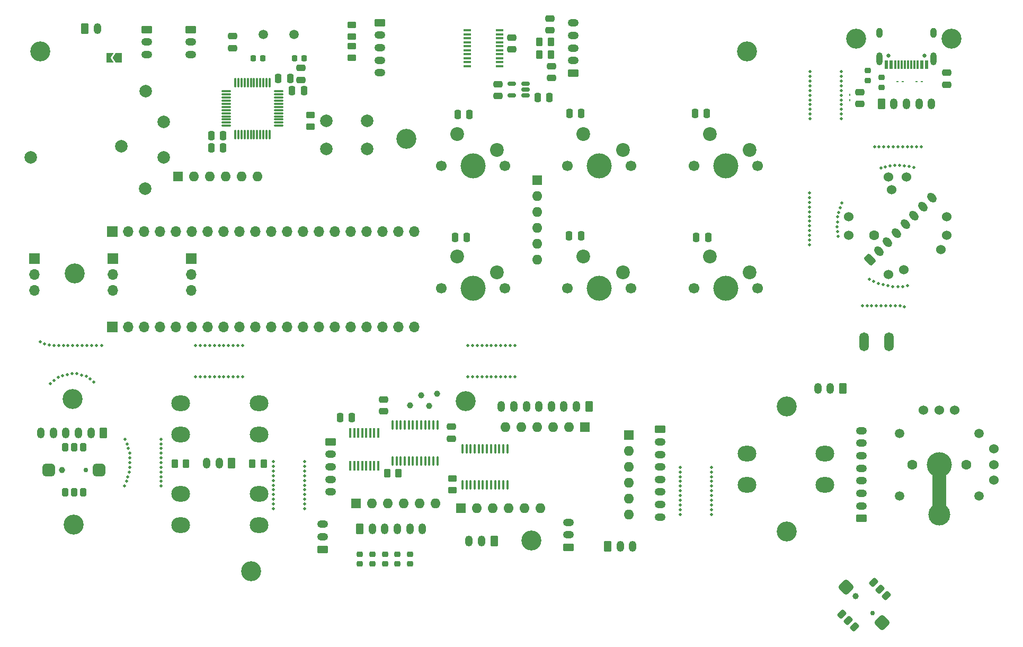
<source format=gts>
%TF.GenerationSoftware,KiCad,Pcbnew,(6.0.9)*%
%TF.CreationDate,2022-11-09T20:57:25+01:00*%
%TF.ProjectId,libre-MIG,6c696272-652d-44d4-9947-2e6b69636164,v0.1*%
%TF.SameCoordinates,Original*%
%TF.FileFunction,Soldermask,Top*%
%TF.FilePolarity,Negative*%
%FSLAX46Y46*%
G04 Gerber Fmt 4.6, Leading zero omitted, Abs format (unit mm)*
G04 Created by KiCad (PCBNEW (6.0.9)) date 2022-11-09 20:57:25*
%MOMM*%
%LPD*%
G01*
G04 APERTURE LIST*
G04 Aperture macros list*
%AMRoundRect*
0 Rectangle with rounded corners*
0 $1 Rounding radius*
0 $2 $3 $4 $5 $6 $7 $8 $9 X,Y pos of 4 corners*
0 Add a 4 corners polygon primitive as box body*
4,1,4,$2,$3,$4,$5,$6,$7,$8,$9,$2,$3,0*
0 Add four circle primitives for the rounded corners*
1,1,$1+$1,$2,$3*
1,1,$1+$1,$4,$5*
1,1,$1+$1,$6,$7*
1,1,$1+$1,$8,$9*
0 Add four rect primitives between the rounded corners*
20,1,$1+$1,$2,$3,$4,$5,0*
20,1,$1+$1,$4,$5,$6,$7,0*
20,1,$1+$1,$6,$7,$8,$9,0*
20,1,$1+$1,$8,$9,$2,$3,0*%
%AMHorizOval*
0 Thick line with rounded ends*
0 $1 width*
0 $2 $3 position (X,Y) of the first rounded end (center of the circle)*
0 $4 $5 position (X,Y) of the second rounded end (center of the circle)*
0 Add line between two ends*
20,1,$1,$2,$3,$4,$5,0*
0 Add two circle primitives to create the rounded ends*
1,1,$1,$2,$3*
1,1,$1,$4,$5*%
%AMFreePoly0*
4,1,6,0.500000,-0.750000,-0.650000,-0.750000,-0.150000,0.000000,-0.650000,0.750000,0.500000,0.750000,0.500000,-0.750000,0.500000,-0.750000,$1*%
%AMFreePoly1*
4,1,6,1.000000,0.000000,0.500000,-0.750000,-0.500000,-0.750000,-0.500000,0.750000,0.500000,0.750000,1.000000,0.000000,1.000000,0.000000,$1*%
G04 Aperture macros list end*
%ADD10C,0.500000*%
%ADD11RoundRect,0.250000X-0.262500X-0.450000X0.262500X-0.450000X0.262500X0.450000X-0.262500X0.450000X0*%
%ADD12C,3.200000*%
%ADD13RoundRect,0.250000X0.475000X-0.250000X0.475000X0.250000X-0.475000X0.250000X-0.475000X-0.250000X0*%
%ADD14RoundRect,0.250000X-0.475000X0.250000X-0.475000X-0.250000X0.475000X-0.250000X0.475000X0.250000X0*%
%ADD15O,3.000000X2.500000*%
%ADD16RoundRect,0.250000X-0.250000X-0.475000X0.250000X-0.475000X0.250000X0.475000X-0.250000X0.475000X0*%
%ADD17RoundRect,0.250000X-0.450000X0.262500X-0.450000X-0.262500X0.450000X-0.262500X0.450000X0.262500X0*%
%ADD18O,1.750000X1.200000*%
%ADD19RoundRect,0.250000X0.625000X-0.350000X0.625000X0.350000X-0.625000X0.350000X-0.625000X-0.350000X0*%
%ADD20C,1.000000*%
%ADD21RoundRect,0.150000X0.512500X0.150000X-0.512500X0.150000X-0.512500X-0.150000X0.512500X-0.150000X0*%
%ADD22RoundRect,0.250000X0.450000X-0.262500X0.450000X0.262500X-0.450000X0.262500X-0.450000X-0.262500X0*%
%ADD23O,1.000000X1.600000*%
%ADD24O,1.000000X2.100000*%
%ADD25R,0.600000X1.450000*%
%ADD26R,0.300000X1.450000*%
%ADD27C,0.650000*%
%ADD28RoundRect,0.250000X-0.625000X0.350000X-0.625000X-0.350000X0.625000X-0.350000X0.625000X0.350000X0*%
%ADD29R,0.360000X0.250000*%
%ADD30RoundRect,0.250000X0.262500X0.450000X-0.262500X0.450000X-0.262500X-0.450000X0.262500X-0.450000X0*%
%ADD31O,1.500000X3.000000*%
%ADD32O,1.600000X1.600000*%
%ADD33R,1.600000X1.600000*%
%ADD34RoundRect,0.225000X-0.250000X0.225000X-0.250000X-0.225000X0.250000X-0.225000X0.250000X0.225000X0*%
%ADD35RoundRect,0.250000X0.250000X0.475000X-0.250000X0.475000X-0.250000X-0.475000X0.250000X-0.475000X0*%
%ADD36C,2.000000*%
%ADD37R,0.410000X1.600000*%
%ADD38RoundRect,0.225000X-0.225000X-0.250000X0.225000X-0.250000X0.225000X0.250000X-0.225000X0.250000X0*%
%ADD39O,1.700000X1.700000*%
%ADD40R,1.700000X1.700000*%
%ADD41O,1.200000X1.750000*%
%ADD42RoundRect,0.250000X-0.350000X-0.625000X0.350000X-0.625000X0.350000X0.625000X-0.350000X0.625000X0*%
%ADD43R,1.200000X0.400000*%
%ADD44R,0.250000X0.360000*%
%ADD45C,1.500000*%
%ADD46RoundRect,0.500000X-0.500000X0.500000X-0.500000X-0.500000X0.500000X-0.500000X0.500000X0.500000X0*%
%ADD47C,0.750000*%
%ADD48RoundRect,0.250000X-0.250000X0.425000X-0.250000X-0.425000X0.250000X-0.425000X0.250000X0.425000X0*%
%ADD49RoundRect,0.100000X0.100000X-0.637500X0.100000X0.637500X-0.100000X0.637500X-0.100000X-0.637500X0*%
%ADD50RoundRect,0.075000X-0.662500X0.075000X-0.662500X-0.075000X0.662500X-0.075000X0.662500X0.075000X0*%
%ADD51RoundRect,0.075000X-0.075000X0.662500X-0.075000X-0.662500X0.075000X-0.662500X0.075000X0.662500X0*%
%ADD52FreePoly0,180.000000*%
%ADD53FreePoly1,180.000000*%
%ADD54RoundRect,0.250000X0.123744X0.477297X-0.477297X-0.123744X-0.123744X-0.477297X0.477297X0.123744X0*%
%ADD55RoundRect,0.500000X0.000000X0.707107X-0.707107X0.000000X0.000000X-0.707107X0.707107X0.000000X0*%
%ADD56C,1.524000*%
%ADD57C,1.600000*%
%ADD58R,2.200000X8.000000*%
%ADD59C,3.500000*%
%ADD60C,4.000000*%
%ADD61RoundRect,0.250000X0.350000X0.625000X-0.350000X0.625000X-0.350000X-0.625000X0.350000X-0.625000X0*%
%ADD62RoundRect,0.225000X0.225000X0.250000X-0.225000X0.250000X-0.225000X-0.250000X0.225000X-0.250000X0*%
%ADD63C,2.200000*%
%ADD64C,1.700000*%
%ADD65RoundRect,0.250000X0.194454X-0.689429X0.689429X-0.194454X-0.194454X0.689429X-0.689429X0.194454X0*%
%ADD66HorizOval,1.200000X-0.194454X0.194454X0.194454X-0.194454X0*%
G04 APERTURE END LIST*
D10*
%TO.C,*%
X133800000Y-158000000D03*
%TD*%
%TO.C,*%
X124000000Y-157400000D03*
%TD*%
%TO.C,*%
X124700000Y-157700000D03*
%TD*%
%TO.C,*%
X131350000Y-162900000D03*
%TD*%
%TO.C,*%
X126200000Y-163600000D03*
%TD*%
%TO.C,*%
X127600000Y-162800000D03*
%TD*%
%TO.C,*%
X128350000Y-162600000D03*
%TD*%
%TO.C,*%
X132000000Y-163300000D03*
%TD*%
%TO.C,*%
X129850000Y-162500000D03*
%TD*%
%TO.C,*%
X130600000Y-162700000D03*
%TD*%
%TO.C,*%
X125600000Y-164100000D03*
%TD*%
%TO.C,*%
X132600000Y-163800000D03*
%TD*%
%TO.C,*%
X126900000Y-163100000D03*
%TD*%
%TO.C,*%
X129100000Y-162500000D03*
%TD*%
%TO.C,*%
X131450000Y-158000000D03*
%TD*%
%TO.C,*%
X126200000Y-158000000D03*
%TD*%
%TO.C,*%
X127700000Y-158000000D03*
%TD*%
%TO.C,*%
X128450000Y-158000000D03*
%TD*%
%TO.C,*%
X132200000Y-158000000D03*
%TD*%
%TO.C,*%
X129950000Y-158000000D03*
%TD*%
%TO.C,*%
X130700000Y-158000000D03*
%TD*%
%TO.C,*%
X125450000Y-157900000D03*
%TD*%
%TO.C,*%
X132950000Y-158000000D03*
%TD*%
%TO.C,*%
X126950000Y-158000000D03*
%TD*%
%TO.C,*%
X129200000Y-158000000D03*
%TD*%
%TO.C,*%
X138000000Y-178950000D03*
%TD*%
%TO.C,*%
X137900000Y-173700000D03*
%TD*%
%TO.C,*%
X138300000Y-175200000D03*
%TD*%
%TO.C,*%
X138300000Y-175950000D03*
%TD*%
%TO.C,*%
X137800000Y-179700000D03*
%TD*%
%TO.C,*%
X138300000Y-177450000D03*
%TD*%
%TO.C,*%
X138200000Y-178200000D03*
%TD*%
%TO.C,*%
X137600000Y-173000000D03*
%TD*%
%TO.C,*%
X137500000Y-180400000D03*
%TD*%
%TO.C,*%
X138100000Y-174450000D03*
%TD*%
%TO.C,*%
X138300000Y-176700000D03*
%TD*%
%TO.C,*%
X143300000Y-178950000D03*
%TD*%
%TO.C,*%
X143300000Y-173700000D03*
%TD*%
%TO.C,*%
X143300000Y-175200000D03*
%TD*%
%TO.C,*%
X143300000Y-175950000D03*
%TD*%
%TO.C,*%
X143300000Y-179700000D03*
%TD*%
%TO.C,*%
X143300000Y-177450000D03*
%TD*%
%TO.C,*%
X143300000Y-178200000D03*
%TD*%
%TO.C,*%
X143300000Y-172950000D03*
%TD*%
%TO.C,*%
X143300000Y-180450000D03*
%TD*%
%TO.C,*%
X143300000Y-174450000D03*
%TD*%
%TO.C,*%
X143300000Y-176700000D03*
%TD*%
%TO.C,*%
X263600000Y-129550000D03*
%TD*%
%TO.C,*%
X258350000Y-129625000D03*
%TD*%
%TO.C,*%
X262850000Y-129375000D03*
%TD*%
%TO.C,*%
X259825000Y-129275000D03*
%TD*%
%TO.C,*%
X259075000Y-129425000D03*
%TD*%
%TO.C,*%
X261325000Y-129200000D03*
%TD*%
%TO.C,*%
X260575000Y-129200000D03*
%TD*%
%TO.C,*%
X262075000Y-129250000D03*
%TD*%
%TO.C,*%
X257950000Y-148075000D03*
%TD*%
%TO.C,*%
X256500000Y-147425000D03*
%TD*%
%TO.C,*%
X261050000Y-148575000D03*
%TD*%
%TO.C,*%
X260275000Y-148550000D03*
%TD*%
%TO.C,*%
X259500000Y-148450000D03*
%TD*%
%TO.C,*%
X262575000Y-148450000D03*
%TD*%
%TO.C,*%
X261825000Y-148550000D03*
%TD*%
%TO.C,*%
X258725000Y-148275000D03*
%TD*%
%TO.C,*%
X257200000Y-147775000D03*
%TD*%
%TO.C,*%
X261400000Y-151675000D03*
%TD*%
%TO.C,*%
X256150000Y-151675000D03*
%TD*%
%TO.C,*%
X257650000Y-151675000D03*
%TD*%
%TO.C,*%
X258400000Y-151675000D03*
%TD*%
%TO.C,*%
X262150000Y-151800000D03*
%TD*%
%TO.C,*%
X259900000Y-151675000D03*
%TD*%
%TO.C,*%
X260650000Y-151675000D03*
%TD*%
%TO.C,*%
X255400000Y-151675000D03*
%TD*%
%TO.C,*%
X256900000Y-151675000D03*
%TD*%
%TO.C,*%
X259150000Y-151675000D03*
%TD*%
%TO.C,*%
X263325000Y-126225000D03*
%TD*%
%TO.C,*%
X258075000Y-126225000D03*
%TD*%
%TO.C,*%
X259575000Y-126225000D03*
%TD*%
%TO.C,*%
X260325000Y-126225000D03*
%TD*%
%TO.C,*%
X264075000Y-126225000D03*
%TD*%
%TO.C,*%
X261825000Y-126225000D03*
%TD*%
%TO.C,*%
X262575000Y-126225000D03*
%TD*%
%TO.C,*%
X257325000Y-126225000D03*
%TD*%
%TO.C,*%
X264825000Y-126225000D03*
%TD*%
%TO.C,*%
X258825000Y-126225000D03*
%TD*%
%TO.C,*%
X261075000Y-126225000D03*
%TD*%
%TO.C,*%
X246975000Y-133575000D03*
%TD*%
%TO.C,*%
X246975000Y-140375000D03*
%TD*%
%TO.C,*%
X246975000Y-135125000D03*
%TD*%
%TO.C,*%
X246975000Y-136625000D03*
%TD*%
%TO.C,*%
X246975000Y-137375000D03*
%TD*%
%TO.C,*%
X246975000Y-141125000D03*
%TD*%
%TO.C,*%
X246975000Y-138875000D03*
%TD*%
%TO.C,*%
X246975000Y-139625000D03*
%TD*%
%TO.C,*%
X246975000Y-134375000D03*
%TD*%
%TO.C,*%
X246975000Y-141875000D03*
%TD*%
%TO.C,*%
X246975000Y-135875000D03*
%TD*%
%TO.C,*%
X246975000Y-138125000D03*
%TD*%
%TO.C,*%
X251525000Y-140550000D03*
%TD*%
%TO.C,*%
X251425000Y-139775000D03*
%TD*%
%TO.C,*%
X251375000Y-139000000D03*
%TD*%
%TO.C,*%
X251400000Y-138225000D03*
%TD*%
%TO.C,*%
X251475000Y-137450000D03*
%TD*%
%TO.C,*%
X251625000Y-136700000D03*
%TD*%
%TO.C,*%
X251825000Y-135975000D03*
%TD*%
%TO.C,*%
X252075000Y-135250000D03*
%TD*%
%TO.C,mouse-bite-5mm-slot*%
X196100000Y-163000000D03*
X195350000Y-163000000D03*
X196100000Y-158000000D03*
X196850000Y-158000000D03*
X198350000Y-163000000D03*
X193100000Y-158000000D03*
X193100000Y-163000000D03*
X196850000Y-163000000D03*
X199100000Y-163000000D03*
X199850000Y-158000000D03*
X192350000Y-163000000D03*
X197600000Y-158000000D03*
X199100000Y-158000000D03*
X194600000Y-158000000D03*
X192350000Y-158000000D03*
X197600000Y-163000000D03*
X193100000Y-158000000D03*
X193850000Y-163000000D03*
X193850000Y-158000000D03*
X193100000Y-163000000D03*
X198350000Y-158000000D03*
X199850000Y-163000000D03*
X194600000Y-163000000D03*
X195350000Y-158000000D03*
%TD*%
%TO.C,mouse-bite-5mm-slot*%
X156350000Y-158000000D03*
X155600000Y-163000000D03*
X156350000Y-163000000D03*
X151100000Y-163000000D03*
X154100000Y-163000000D03*
X152600000Y-158000000D03*
X149600000Y-163000000D03*
X151850000Y-158000000D03*
X155600000Y-158000000D03*
X153350000Y-163000000D03*
X151100000Y-158000000D03*
X154850000Y-158000000D03*
X148850000Y-158000000D03*
X150350000Y-158000000D03*
X154100000Y-158000000D03*
X154850000Y-163000000D03*
X152600000Y-163000000D03*
X153350000Y-158000000D03*
X149600000Y-158000000D03*
X149600000Y-158000000D03*
X149600000Y-163000000D03*
X150350000Y-163000000D03*
X148850000Y-163000000D03*
X151850000Y-163000000D03*
%TD*%
%TO.C,mouse-bite-5mm-slot*%
X161300000Y-179550000D03*
X166300000Y-177300000D03*
X166300000Y-179550000D03*
X161300000Y-184050000D03*
X161300000Y-181800000D03*
X166300000Y-184050000D03*
X166300000Y-180300000D03*
X161300000Y-183300000D03*
X166300000Y-183300000D03*
X161300000Y-178050000D03*
X161300000Y-183300000D03*
X161300000Y-177300000D03*
X161300000Y-178800000D03*
X161300000Y-182550000D03*
X161300000Y-180300000D03*
X166300000Y-181800000D03*
X166300000Y-176550000D03*
X166300000Y-178050000D03*
X166300000Y-178800000D03*
X166300000Y-183300000D03*
X166300000Y-181050000D03*
X166300000Y-182550000D03*
X161300000Y-176550000D03*
X161300000Y-181050000D03*
%TD*%
%TO.C,mouse-bite-5mm-slot*%
X226300000Y-178950000D03*
X231300000Y-181950000D03*
X231300000Y-184950000D03*
X231300000Y-180450000D03*
X226300000Y-181950000D03*
X226300000Y-184950000D03*
X226300000Y-182700000D03*
X226300000Y-181200000D03*
X226300000Y-180450000D03*
X231300000Y-182700000D03*
X231300000Y-183450000D03*
X231300000Y-179700000D03*
X226300000Y-183450000D03*
X226300000Y-177450000D03*
X226300000Y-184200000D03*
X226300000Y-184200000D03*
X231300000Y-181200000D03*
X226300000Y-179700000D03*
X231300000Y-177450000D03*
X231300000Y-184200000D03*
X226300000Y-178200000D03*
X231300000Y-178950000D03*
X231300000Y-178200000D03*
X231300000Y-184200000D03*
%TD*%
%TO.C,mouse-bite-5mm-slot*%
X252000000Y-119500000D03*
X247000000Y-117250000D03*
X252000000Y-116500000D03*
X252000000Y-118000000D03*
X252000000Y-118750000D03*
X247000000Y-121000000D03*
X247000000Y-118750000D03*
X252000000Y-121000000D03*
X247000000Y-119500000D03*
X247000000Y-114250000D03*
X252000000Y-121000000D03*
X247000000Y-121750000D03*
X252000000Y-120250000D03*
X252000000Y-115750000D03*
X247000000Y-115750000D03*
X247000000Y-120250000D03*
X252000000Y-121750000D03*
X247000000Y-115000000D03*
X247000000Y-121000000D03*
X252000000Y-114250000D03*
X247000000Y-116500000D03*
X252000000Y-117250000D03*
X247000000Y-118000000D03*
X252000000Y-115000000D03*
%TD*%
D11*
%TO.C,R1*%
X205636500Y-109486000D03*
X203811500Y-109486000D03*
%TD*%
D12*
%TO.C,REF\u002A\u002A*%
X182500000Y-125000000D03*
%TD*%
D13*
%TO.C,C9*%
X165700000Y-113650000D03*
X165700000Y-115550000D03*
%TD*%
D14*
%TO.C,C2*%
X205740000Y-115262000D03*
X205740000Y-113362000D03*
%TD*%
D13*
%TO.C,C13*%
X197170000Y-116222000D03*
X197170000Y-118122000D03*
%TD*%
D11*
%TO.C,R8*%
X181258500Y-178412000D03*
X179433500Y-178412000D03*
%TD*%
D15*
%TO.C,SW2*%
X158950001Y-167185787D03*
X146450001Y-167185787D03*
X158950001Y-172185787D03*
X146450001Y-172185787D03*
%TD*%
D16*
%TO.C,C23*%
X210434000Y-140474000D03*
X208534000Y-140474000D03*
%TD*%
%TO.C,C20*%
X210500000Y-120916000D03*
X208600000Y-120916000D03*
%TD*%
D17*
%TO.C,R7*%
X189900000Y-181061500D03*
X189900000Y-179236500D03*
%TD*%
D12*
%TO.C,REF\u002A\u002A*%
X192043000Y-166900000D03*
%TD*%
D18*
%TO.C,J10*%
X208450000Y-186249000D03*
X208450000Y-188249000D03*
D19*
X208450000Y-190249000D03*
%TD*%
D12*
%TO.C,REF\u002A\u002A*%
X129500000Y-146500000D03*
%TD*%
%TO.C,REF\u002A\u002A*%
X269678000Y-108966000D03*
%TD*%
D16*
%TO.C,C7*%
X163949000Y-115292000D03*
X162049000Y-115292000D03*
%TD*%
D20*
%TO.C,TP5*%
X184900000Y-165949000D03*
%TD*%
D21*
%TO.C,U5*%
X199334500Y-118056000D03*
X199334500Y-116156000D03*
X201609500Y-116156000D03*
X201609500Y-117106000D03*
X201609500Y-118056000D03*
%TD*%
D22*
%TO.C,R5*%
X173800000Y-106787500D03*
X173800000Y-108612500D03*
%TD*%
D23*
%TO.C,P1*%
X266763000Y-108000000D03*
D24*
X258123000Y-112180000D03*
X266763000Y-112180000D03*
D23*
X258123000Y-108000000D03*
D25*
X265693000Y-113095000D03*
X264893000Y-113095000D03*
D26*
X264193000Y-113095000D03*
X263193000Y-113095000D03*
X261693000Y-113095000D03*
X260693000Y-113095000D03*
D25*
X259993000Y-113095000D03*
X259193000Y-113095000D03*
X259193000Y-113095000D03*
X259993000Y-113095000D03*
D26*
X261193000Y-113095000D03*
X262193000Y-113095000D03*
X262693000Y-113095000D03*
X263693000Y-113095000D03*
D25*
X264893000Y-113095000D03*
X265693000Y-113095000D03*
D27*
X259553000Y-111650000D03*
X265333000Y-111650000D03*
%TD*%
D13*
%TO.C,C8*%
X154713000Y-108550000D03*
X154713000Y-110450000D03*
%TD*%
D14*
%TO.C,C15*%
X178902000Y-168513000D03*
X178902000Y-166613000D03*
%TD*%
D18*
%TO.C,J3*%
X141050000Y-111500000D03*
X141050000Y-109500000D03*
D28*
X141050000Y-107500000D03*
%TD*%
D29*
%TO.C,D1*%
X261023000Y-115850000D03*
X261863000Y-115850000D03*
%TD*%
D16*
%TO.C,C12*%
X205420000Y-118376000D03*
X203520000Y-118376000D03*
%TD*%
D12*
%TO.C,REF\u002A\u002A*%
X243303300Y-167700000D03*
%TD*%
D30*
%TO.C,R2*%
X203811500Y-111518000D03*
X205636500Y-111518000D03*
%TD*%
D22*
%TO.C,R9*%
X167199000Y-121179500D03*
X167199000Y-123004500D03*
%TD*%
D12*
%TO.C,REF\u002A\u002A*%
X129212779Y-166500000D03*
%TD*%
D31*
%TO.C,SW16*%
X259634000Y-157415870D03*
X255634000Y-157415870D03*
%TD*%
D32*
%TO.C,RN6*%
X203968000Y-183977000D03*
X201428000Y-183977000D03*
X198888000Y-183977000D03*
X196348000Y-183977000D03*
X193808000Y-183977000D03*
D33*
X191268000Y-183977000D03*
%TD*%
D34*
%TO.C,FB2*%
X258443000Y-116726000D03*
X258443000Y-115176000D03*
%TD*%
D12*
%TO.C,REF\u002A\u002A*%
X157743001Y-194036787D03*
%TD*%
D32*
%TO.C,RN3*%
X198380000Y-171023000D03*
X200920000Y-171023000D03*
X203460000Y-171023000D03*
X206000000Y-171023000D03*
X208540000Y-171023000D03*
D33*
X211080000Y-171023000D03*
%TD*%
D22*
%TO.C,R6*%
X173800000Y-110187500D03*
X173800000Y-112012500D03*
%TD*%
D34*
%TO.C,C39*%
X179093000Y-192900000D03*
X179093000Y-191350000D03*
%TD*%
%TO.C,C40*%
X181118000Y-192850000D03*
X181118000Y-191300000D03*
%TD*%
D20*
%TO.C,TP6*%
X183149000Y-167512000D03*
%TD*%
D32*
%TO.C,RN1*%
X203454000Y-144284000D03*
X203454000Y-141744000D03*
X203454000Y-139204000D03*
X203454000Y-136664000D03*
X203454000Y-134124000D03*
D33*
X203454000Y-131584000D03*
%TD*%
D29*
%TO.C,D2*%
X264863000Y-115850000D03*
X264023000Y-115850000D03*
%TD*%
D13*
%TO.C,C3*%
X205486000Y-105742000D03*
X205486000Y-107642000D03*
%TD*%
D30*
%TO.C,R3*%
X145487501Y-176900001D03*
X147312501Y-176900001D03*
%TD*%
D15*
%TO.C,SW1*%
X236934000Y-175255870D03*
X249434000Y-175255870D03*
X249434000Y-180255870D03*
X236934000Y-180255870D03*
%TD*%
D16*
%TO.C,C24*%
X230754000Y-140728000D03*
X228854000Y-140728000D03*
%TD*%
D35*
%TO.C,C6*%
X151350000Y-124434000D03*
X153250000Y-124434000D03*
%TD*%
%TO.C,C4*%
X151350000Y-126400000D03*
X153250000Y-126400000D03*
%TD*%
D13*
%TO.C,C1*%
X199390000Y-108790000D03*
X199390000Y-110690000D03*
%TD*%
D18*
%TO.C,J12*%
X223060000Y-185389000D03*
X223060000Y-183389000D03*
X223060000Y-181389000D03*
X223060000Y-179389000D03*
X223060000Y-177389000D03*
X223060000Y-175389000D03*
X223060000Y-173389000D03*
D28*
X223060000Y-171389000D03*
%TD*%
D34*
%TO.C,C41*%
X183143000Y-192875000D03*
X183143000Y-191325000D03*
%TD*%
D32*
%TO.C,RN2*%
X158750000Y-131000000D03*
X156210000Y-131000000D03*
X153670000Y-131000000D03*
X151130000Y-131000000D03*
X148590000Y-131000000D03*
D33*
X146050000Y-131000000D03*
%TD*%
D36*
%TO.C,SW4*%
X176250000Y-122050000D03*
X169750000Y-122050000D03*
X169750000Y-126550000D03*
X176250000Y-126550000D03*
%TD*%
D20*
%TO.C,TP3*%
X187449000Y-165712000D03*
%TD*%
D12*
%TO.C,REF\u002A\u002A*%
X237000000Y-111000000D03*
%TD*%
D16*
%TO.C,C21*%
X230566000Y-120916000D03*
X228666000Y-120916000D03*
%TD*%
D37*
%TO.C,U6*%
X173551500Y-171924700D03*
X174186500Y-171924700D03*
X174821500Y-171924700D03*
X175456500Y-171924700D03*
X176091500Y-171924700D03*
X176726500Y-171924700D03*
X177361500Y-171924700D03*
X177996500Y-171924700D03*
X177996500Y-177233300D03*
X177361500Y-177233300D03*
X176726500Y-177233300D03*
X176091500Y-177233300D03*
X175456500Y-177233300D03*
X174821500Y-177233300D03*
X174186500Y-177233300D03*
X173551500Y-177233300D03*
%TD*%
D13*
%TO.C,C11*%
X254986000Y-117501000D03*
X254986000Y-119401000D03*
%TD*%
D38*
%TO.C,C18*%
X159586000Y-112110000D03*
X158036000Y-112110000D03*
%TD*%
D12*
%TO.C,REF\u002A\u002A*%
X202513000Y-189150000D03*
%TD*%
D39*
%TO.C,J6*%
X183760000Y-139760000D03*
X181220000Y-139760000D03*
X178680000Y-139760000D03*
X176140000Y-139760000D03*
X173600000Y-139760000D03*
X171060000Y-139760000D03*
X168520000Y-139760000D03*
X165980000Y-139760000D03*
X163440000Y-139760000D03*
X160900000Y-139760000D03*
X158360000Y-139760000D03*
X155820000Y-139760000D03*
X153280000Y-139760000D03*
X150740000Y-139760000D03*
X148200000Y-139760000D03*
X145660000Y-139760000D03*
X143120000Y-139760000D03*
X140580000Y-139760000D03*
X138040000Y-139760000D03*
D40*
X135500000Y-139760000D03*
%TD*%
D41*
%TO.C,J9*%
X218700000Y-190049000D03*
X216700000Y-190049000D03*
D42*
X214700000Y-190049000D03*
%TD*%
D12*
%TO.C,REF\u002A\u002A*%
X254428000Y-108966000D03*
%TD*%
D18*
%TO.C,J13*%
X170399000Y-181373000D03*
X170399000Y-179373000D03*
X170399000Y-177373000D03*
X170399000Y-175373000D03*
D28*
X170399000Y-173373000D03*
%TD*%
D43*
%TO.C,U4*%
X197418000Y-107644500D03*
X197418000Y-108279500D03*
X197418000Y-108914500D03*
X197418000Y-109549500D03*
X197418000Y-110184500D03*
X197418000Y-110819500D03*
X197418000Y-111454500D03*
X197418000Y-112089500D03*
X197418000Y-112724500D03*
X197418000Y-113359500D03*
X192218000Y-113359500D03*
X192218000Y-112724500D03*
X192218000Y-112089500D03*
X192218000Y-111454500D03*
X192218000Y-110819500D03*
X192218000Y-110184500D03*
X192218000Y-109549500D03*
X192218000Y-108914500D03*
X192218000Y-108279500D03*
X192218000Y-107644500D03*
%TD*%
D44*
%TO.C,D3*%
X253386000Y-117931000D03*
X253386000Y-118771000D03*
%TD*%
D34*
%TO.C,C37*%
X175043000Y-192875000D03*
X175043000Y-191325000D03*
%TD*%
%TO.C,C38*%
X177068000Y-192875000D03*
X177068000Y-191325000D03*
%TD*%
D45*
%TO.C,Y1*%
X164543000Y-108300000D03*
X159663000Y-108300000D03*
%TD*%
D16*
%TO.C,C5*%
X166150000Y-117300000D03*
X164250000Y-117300000D03*
%TD*%
D11*
%TO.C,R4*%
X159712501Y-176900001D03*
X157887501Y-176900001D03*
%TD*%
D14*
%TO.C,C10*%
X268886000Y-116301000D03*
X268886000Y-114401000D03*
%TD*%
D39*
%TO.C,J7*%
X183760000Y-155000000D03*
X181220000Y-155000000D03*
X178680000Y-155000000D03*
X176140000Y-155000000D03*
X173600000Y-155000000D03*
X171060000Y-155000000D03*
X168520000Y-155000000D03*
X165980000Y-155000000D03*
X163440000Y-155000000D03*
X160900000Y-155000000D03*
X158360000Y-155000000D03*
X155820000Y-155000000D03*
X153280000Y-155000000D03*
X150740000Y-155000000D03*
X148200000Y-155000000D03*
X145660000Y-155000000D03*
X143120000Y-155000000D03*
X140580000Y-155000000D03*
X138040000Y-155000000D03*
D40*
X135500000Y-155000000D03*
%TD*%
D13*
%TO.C,C14*%
X189743000Y-170950000D03*
X189743000Y-172850000D03*
%TD*%
D18*
%TO.C,J14*%
X169128000Y-186549000D03*
X169128000Y-188549000D03*
D19*
X169128000Y-190549000D03*
%TD*%
D20*
%TO.C,TP4*%
X186149000Y-167612000D03*
%TD*%
%TO.C,SW18*%
X127505696Y-177848368D03*
D46*
X125355696Y-177848368D03*
D47*
X131305696Y-177848368D03*
D46*
X133455696Y-177848368D03*
D48*
X130855696Y-174273368D03*
X129405696Y-174273368D03*
X127955696Y-174273368D03*
X130855696Y-181423368D03*
X129405696Y-181423368D03*
X127955696Y-181423368D03*
%TD*%
D12*
%TO.C,REF\u002A\u002A*%
X243308300Y-187700000D03*
%TD*%
D35*
%TO.C,C16*%
X171899000Y-169512000D03*
X173799000Y-169512000D03*
%TD*%
D49*
%TO.C,U3*%
X180327000Y-170700500D03*
X180977000Y-170700500D03*
X181627000Y-170700500D03*
X182277000Y-170700500D03*
X182927000Y-170700500D03*
X183577000Y-170700500D03*
X184227000Y-170700500D03*
X184877000Y-170700500D03*
X185527000Y-170700500D03*
X186177000Y-170700500D03*
X186827000Y-170700500D03*
X187477000Y-170700500D03*
X187477000Y-176425500D03*
X186827000Y-176425500D03*
X186177000Y-176425500D03*
X185527000Y-176425500D03*
X184877000Y-176425500D03*
X184227000Y-176425500D03*
X183577000Y-176425500D03*
X182927000Y-176425500D03*
X182277000Y-176425500D03*
X181627000Y-176425500D03*
X180977000Y-176425500D03*
X180327000Y-176425500D03*
%TD*%
D18*
%TO.C,J4*%
X209157000Y-106449000D03*
X209157000Y-108449000D03*
X209157000Y-110449000D03*
X209157000Y-112449000D03*
D19*
X209157000Y-114449000D03*
%TD*%
D50*
%TO.C,U1*%
X162089500Y-117366000D03*
X162089500Y-117866000D03*
X162089500Y-118366000D03*
X162089500Y-118866000D03*
X162089500Y-119366000D03*
X162089500Y-119866000D03*
X162089500Y-120366000D03*
X162089500Y-120866000D03*
X162089500Y-121366000D03*
X162089500Y-121866000D03*
X162089500Y-122366000D03*
X162089500Y-122866000D03*
D51*
X160677000Y-124278500D03*
X160177000Y-124278500D03*
X159677000Y-124278500D03*
X159177000Y-124278500D03*
X158677000Y-124278500D03*
X158177000Y-124278500D03*
X157677000Y-124278500D03*
X157177000Y-124278500D03*
X156677000Y-124278500D03*
X156177000Y-124278500D03*
X155677000Y-124278500D03*
X155177000Y-124278500D03*
D50*
X153764500Y-122866000D03*
X153764500Y-122366000D03*
X153764500Y-121866000D03*
X153764500Y-121366000D03*
X153764500Y-120866000D03*
X153764500Y-120366000D03*
X153764500Y-119866000D03*
X153764500Y-119366000D03*
X153764500Y-118866000D03*
X153764500Y-118366000D03*
X153764500Y-117866000D03*
X153764500Y-117366000D03*
D51*
X155177000Y-115953500D03*
X155677000Y-115953500D03*
X156177000Y-115953500D03*
X156677000Y-115953500D03*
X157177000Y-115953500D03*
X157677000Y-115953500D03*
X158177000Y-115953500D03*
X158677000Y-115953500D03*
X159177000Y-115953500D03*
X159677000Y-115953500D03*
X160177000Y-115953500D03*
X160677000Y-115953500D03*
%TD*%
D12*
%TO.C,REF\u002A\u002A*%
X124000000Y-111000000D03*
%TD*%
D52*
%TO.C,JP1*%
X135075000Y-112000000D03*
D53*
X136525000Y-112000000D03*
%TD*%
D54*
%TO.C,SW17*%
X252130788Y-200918472D03*
X253156093Y-201943777D03*
X254181398Y-202969082D03*
X257186602Y-195862658D03*
X258211907Y-196887963D03*
X259237212Y-197913268D03*
D55*
X258547782Y-202279652D03*
X252820218Y-196552088D03*
D20*
X254340497Y-198072367D03*
D47*
X257027503Y-200759373D03*
%TD*%
D35*
%TO.C,C22*%
X190307000Y-140749000D03*
X192207000Y-140749000D03*
%TD*%
%TO.C,C19*%
X190707000Y-121049000D03*
X192607000Y-121049000D03*
%TD*%
D12*
%TO.C,REF\u002A\u002A*%
X129312779Y-186600000D03*
%TD*%
D41*
%TO.C,J15*%
X185092000Y-187237000D03*
X183092000Y-187237000D03*
X181092000Y-187237000D03*
X179092000Y-187237000D03*
X177092000Y-187237000D03*
D42*
X175092000Y-187237000D03*
%TD*%
D15*
%TO.C,SW3*%
X158950001Y-181700001D03*
X146450001Y-181700001D03*
X158950001Y-186700001D03*
X146450001Y-186700001D03*
%TD*%
D32*
%TO.C,RN4*%
X218043000Y-184993000D03*
X218043000Y-182453000D03*
X218043000Y-179913000D03*
X218043000Y-177373000D03*
X218043000Y-174833000D03*
D33*
X218043000Y-172293000D03*
%TD*%
D34*
%TO.C,FB1*%
X256286000Y-115626000D03*
X256286000Y-114076000D03*
%TD*%
D49*
%TO.C,U2*%
X191503000Y-174510500D03*
X192153000Y-174510500D03*
X192803000Y-174510500D03*
X193453000Y-174510500D03*
X194103000Y-174510500D03*
X194753000Y-174510500D03*
X195403000Y-174510500D03*
X196053000Y-174510500D03*
X196703000Y-174510500D03*
X197353000Y-174510500D03*
X198003000Y-174510500D03*
X198653000Y-174510500D03*
X198653000Y-180235500D03*
X198003000Y-180235500D03*
X197353000Y-180235500D03*
X196703000Y-180235500D03*
X196053000Y-180235500D03*
X195403000Y-180235500D03*
X194753000Y-180235500D03*
X194103000Y-180235500D03*
X193453000Y-180235500D03*
X192803000Y-180235500D03*
X192153000Y-180235500D03*
X191503000Y-180235500D03*
%TD*%
D56*
%TO.C,VR1*%
X276414000Y-179515870D03*
X276414000Y-177015870D03*
X276414000Y-174515870D03*
X270184000Y-168285870D03*
X267684000Y-168285870D03*
X265184000Y-168285870D03*
D57*
X271984000Y-177015870D03*
D45*
X274009000Y-172015870D03*
D58*
X267684000Y-181015870D03*
D45*
X261359000Y-182015870D03*
X274009000Y-182015870D03*
X261359000Y-172015870D03*
D59*
X267684000Y-185015870D03*
D60*
X267684000Y-177015870D03*
D57*
X263384000Y-177015870D03*
%TD*%
D32*
%TO.C,RN5*%
X187204000Y-183215000D03*
X184664000Y-183215000D03*
X182124000Y-183215000D03*
X179584000Y-183215000D03*
X177044000Y-183215000D03*
D33*
X174504000Y-183215000D03*
%TD*%
D41*
%TO.C,J16*%
X133157000Y-107349000D03*
D42*
X131157000Y-107349000D03*
%TD*%
D41*
%TO.C,J8*%
X192543000Y-189250000D03*
X194543000Y-189250000D03*
D61*
X196543000Y-189250000D03*
%TD*%
D57*
%TO.C,SW15*%
X257250205Y-140374205D03*
D56*
X259550205Y-146674205D03*
X268850205Y-140374205D03*
X262450205Y-131074205D03*
X253250205Y-137374205D03*
X262050205Y-145874205D03*
X260050205Y-133094205D03*
X253250205Y-140374205D03*
X268850205Y-137374205D03*
X259550205Y-131074205D03*
X267910205Y-142624205D03*
%TD*%
D18*
%TO.C,J2*%
X148050000Y-111500000D03*
X148050000Y-109500000D03*
D28*
X148050000Y-107500000D03*
%TD*%
D62*
%TO.C,C17*%
X164640000Y-112110000D03*
X166190000Y-112110000D03*
%TD*%
D41*
%TO.C,J5*%
X266443000Y-119400000D03*
X264443000Y-119400000D03*
X262443000Y-119400000D03*
X260443000Y-119400000D03*
D42*
X258443000Y-119400000D03*
%TD*%
D18*
%TO.C,J1*%
X178300000Y-114400000D03*
X178300000Y-112400000D03*
X178300000Y-110400000D03*
X178300000Y-108400000D03*
D28*
X178300000Y-106400000D03*
%TD*%
D63*
%TO.C,SW12*%
X217170000Y-146316000D03*
X210820000Y-143776000D03*
D64*
X208280000Y-148856000D03*
D60*
X213360000Y-148856000D03*
D64*
X218440000Y-148856000D03*
%TD*%
D63*
%TO.C,SW8*%
X196970000Y-126758000D03*
X190620000Y-124218000D03*
D64*
X198240000Y-129298000D03*
D60*
X193160000Y-129298000D03*
D64*
X188080000Y-129298000D03*
%TD*%
D65*
%TO.C,J21*%
X256589367Y-144288861D03*
D66*
X258003581Y-142874647D03*
X259417794Y-141460434D03*
X260832008Y-140046220D03*
X262246221Y-138632007D03*
X263660435Y-137217793D03*
X265074648Y-135803580D03*
X266488862Y-134389366D03*
%TD*%
D41*
%TO.C,J11*%
X197700000Y-167749000D03*
X199700000Y-167749000D03*
X201700000Y-167749000D03*
X203700000Y-167749000D03*
X205700000Y-167749000D03*
X207700000Y-167749000D03*
X209700000Y-167749000D03*
D61*
X211700000Y-167749000D03*
%TD*%
D63*
%TO.C,SW9*%
X217170000Y-126758000D03*
X210820000Y-124218000D03*
D64*
X218440000Y-129298000D03*
D60*
X213360000Y-129298000D03*
D64*
X208280000Y-129298000D03*
%TD*%
D18*
%TO.C,J19*%
X255265000Y-171600870D03*
X255265000Y-173600870D03*
X255265000Y-175600870D03*
X255265000Y-177600870D03*
X255265000Y-179600870D03*
X255265000Y-181600870D03*
X255265000Y-183600870D03*
D19*
X255265000Y-185600870D03*
%TD*%
D36*
%TO.C,SW14*%
X140870000Y-117306000D03*
X143725000Y-122236000D03*
X143725000Y-127936000D03*
X140800000Y-132886000D03*
X136964000Y-126121000D03*
X122475000Y-127936000D03*
%TD*%
D61*
%TO.C,J17*%
X134105696Y-171948368D03*
D41*
X132105696Y-171948368D03*
X130105696Y-171948368D03*
X128105696Y-171948368D03*
X126105696Y-171948368D03*
X124105696Y-171948368D03*
%TD*%
D63*
%TO.C,SW13*%
X237370000Y-146316000D03*
X231020000Y-143776000D03*
D64*
X228480000Y-148856000D03*
D60*
X233560000Y-148856000D03*
D64*
X238640000Y-148856000D03*
%TD*%
D39*
%TO.C,SW5*%
X123100000Y-149155000D03*
X123100000Y-146615000D03*
D40*
X123100000Y-144075000D03*
%TD*%
D39*
%TO.C,SW7*%
X148181000Y-149155000D03*
X148181000Y-146615000D03*
D40*
X148181000Y-144075000D03*
%TD*%
D41*
%TO.C,J20*%
X248275000Y-164842870D03*
X250275000Y-164842870D03*
D61*
X252275000Y-164842870D03*
%TD*%
D63*
%TO.C,SW10*%
X237370000Y-126758000D03*
X231020000Y-124218000D03*
D60*
X233560000Y-129298000D03*
D64*
X228480000Y-129298000D03*
X238640000Y-129298000D03*
%TD*%
D63*
%TO.C,SW11*%
X196970000Y-146316000D03*
X190620000Y-143776000D03*
D64*
X188080000Y-148856000D03*
D60*
X193160000Y-148856000D03*
D64*
X198240000Y-148856000D03*
%TD*%
D39*
%TO.C,SW6*%
X135640500Y-149155000D03*
X135640500Y-146615000D03*
D40*
X135640500Y-144075000D03*
%TD*%
D41*
%TO.C,J18*%
X150600001Y-176800001D03*
X152600001Y-176800001D03*
D61*
X154600001Y-176800001D03*
%TD*%
M02*

</source>
